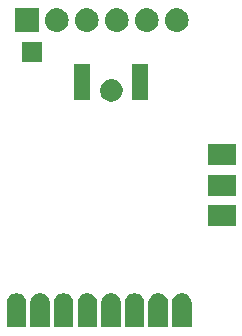
<source format=gts>
G04 #@! TF.GenerationSoftware,KiCad,Pcbnew,(5.1.4)-1*
G04 #@! TF.CreationDate,2020-01-26T17:58:18+01:00*
G04 #@! TF.ProjectId,HM-LC-Sw1-Pl-DN-R1_S26,484d2d4c-432d-4537-9731-2d506c2d444e,rev?*
G04 #@! TF.SameCoordinates,Original*
G04 #@! TF.FileFunction,Soldermask,Top*
G04 #@! TF.FilePolarity,Negative*
%FSLAX46Y46*%
G04 Gerber Fmt 4.6, Leading zero omitted, Abs format (unit mm)*
G04 Created by KiCad (PCBNEW (5.1.4)-1) date 2020-01-26 17:58:18*
%MOMM*%
%LPD*%
G04 APERTURE LIST*
%ADD10C,0.150000*%
G04 APERTURE END LIST*
D10*
G36*
X160205684Y-118850224D02*
G01*
X160355823Y-118912413D01*
X160490946Y-119002700D01*
X160605860Y-119117614D01*
X160696147Y-119252737D01*
X160758336Y-119402876D01*
X160776244Y-119492907D01*
X160783357Y-119516356D01*
X160790040Y-119528859D01*
X160790040Y-121693520D01*
X159140040Y-121693520D01*
X159140040Y-119528859D01*
X159146723Y-119516356D01*
X159153836Y-119492907D01*
X159171744Y-119402876D01*
X159233933Y-119252737D01*
X159324220Y-119117614D01*
X159439134Y-119002700D01*
X159574257Y-118912413D01*
X159724396Y-118850224D01*
X159883783Y-118818520D01*
X160046297Y-118818520D01*
X160205684Y-118850224D01*
X160205684Y-118850224D01*
G37*
G36*
X146205684Y-118850224D02*
G01*
X146355823Y-118912413D01*
X146490946Y-119002700D01*
X146605860Y-119117614D01*
X146696147Y-119252737D01*
X146758336Y-119402876D01*
X146776244Y-119492907D01*
X146783357Y-119516356D01*
X146790040Y-119528859D01*
X146790040Y-121693520D01*
X145140040Y-121693520D01*
X145140040Y-119528859D01*
X145146723Y-119516356D01*
X145153836Y-119492907D01*
X145171744Y-119402876D01*
X145233933Y-119252737D01*
X145324220Y-119117614D01*
X145439134Y-119002700D01*
X145574257Y-118912413D01*
X145724396Y-118850224D01*
X145883783Y-118818520D01*
X146046297Y-118818520D01*
X146205684Y-118850224D01*
X146205684Y-118850224D01*
G37*
G36*
X148205684Y-118850224D02*
G01*
X148355823Y-118912413D01*
X148490946Y-119002700D01*
X148605860Y-119117614D01*
X148696147Y-119252737D01*
X148758336Y-119402876D01*
X148776244Y-119492907D01*
X148783357Y-119516356D01*
X148790040Y-119528859D01*
X148790040Y-121693520D01*
X147140040Y-121693520D01*
X147140040Y-119528859D01*
X147146723Y-119516356D01*
X147153836Y-119492907D01*
X147171744Y-119402876D01*
X147233933Y-119252737D01*
X147324220Y-119117614D01*
X147439134Y-119002700D01*
X147574257Y-118912413D01*
X147724396Y-118850224D01*
X147883783Y-118818520D01*
X148046297Y-118818520D01*
X148205684Y-118850224D01*
X148205684Y-118850224D01*
G37*
G36*
X150205684Y-118850224D02*
G01*
X150355823Y-118912413D01*
X150490946Y-119002700D01*
X150605860Y-119117614D01*
X150696147Y-119252737D01*
X150758336Y-119402876D01*
X150776244Y-119492907D01*
X150783357Y-119516356D01*
X150790040Y-119528859D01*
X150790040Y-121693520D01*
X149140040Y-121693520D01*
X149140040Y-119528859D01*
X149146723Y-119516356D01*
X149153836Y-119492907D01*
X149171744Y-119402876D01*
X149233933Y-119252737D01*
X149324220Y-119117614D01*
X149439134Y-119002700D01*
X149574257Y-118912413D01*
X149724396Y-118850224D01*
X149883783Y-118818520D01*
X150046297Y-118818520D01*
X150205684Y-118850224D01*
X150205684Y-118850224D01*
G37*
G36*
X152205684Y-118850224D02*
G01*
X152355823Y-118912413D01*
X152490946Y-119002700D01*
X152605860Y-119117614D01*
X152696147Y-119252737D01*
X152758336Y-119402876D01*
X152776244Y-119492907D01*
X152783357Y-119516356D01*
X152790040Y-119528859D01*
X152790040Y-121693520D01*
X151140040Y-121693520D01*
X151140040Y-119528859D01*
X151146723Y-119516356D01*
X151153836Y-119492907D01*
X151171744Y-119402876D01*
X151233933Y-119252737D01*
X151324220Y-119117614D01*
X151439134Y-119002700D01*
X151574257Y-118912413D01*
X151724396Y-118850224D01*
X151883783Y-118818520D01*
X152046297Y-118818520D01*
X152205684Y-118850224D01*
X152205684Y-118850224D01*
G37*
G36*
X154205684Y-118850224D02*
G01*
X154355823Y-118912413D01*
X154490946Y-119002700D01*
X154605860Y-119117614D01*
X154696147Y-119252737D01*
X154758336Y-119402876D01*
X154776244Y-119492907D01*
X154783357Y-119516356D01*
X154790040Y-119528859D01*
X154790040Y-121693520D01*
X153140040Y-121693520D01*
X153140040Y-119528859D01*
X153146723Y-119516356D01*
X153153836Y-119492907D01*
X153171744Y-119402876D01*
X153233933Y-119252737D01*
X153324220Y-119117614D01*
X153439134Y-119002700D01*
X153574257Y-118912413D01*
X153724396Y-118850224D01*
X153883783Y-118818520D01*
X154046297Y-118818520D01*
X154205684Y-118850224D01*
X154205684Y-118850224D01*
G37*
G36*
X156205684Y-118850224D02*
G01*
X156355823Y-118912413D01*
X156490946Y-119002700D01*
X156605860Y-119117614D01*
X156696147Y-119252737D01*
X156758336Y-119402876D01*
X156776244Y-119492907D01*
X156783357Y-119516356D01*
X156790040Y-119528859D01*
X156790040Y-121693520D01*
X155140040Y-121693520D01*
X155140040Y-119528859D01*
X155146723Y-119516356D01*
X155153836Y-119492907D01*
X155171744Y-119402876D01*
X155233933Y-119252737D01*
X155324220Y-119117614D01*
X155439134Y-119002700D01*
X155574257Y-118912413D01*
X155724396Y-118850224D01*
X155883783Y-118818520D01*
X156046297Y-118818520D01*
X156205684Y-118850224D01*
X156205684Y-118850224D01*
G37*
G36*
X158205684Y-118850224D02*
G01*
X158355823Y-118912413D01*
X158490946Y-119002700D01*
X158605860Y-119117614D01*
X158696147Y-119252737D01*
X158758336Y-119402876D01*
X158776244Y-119492907D01*
X158783357Y-119516356D01*
X158790040Y-119528859D01*
X158790040Y-121693520D01*
X157140040Y-121693520D01*
X157140040Y-119528859D01*
X157146723Y-119516356D01*
X157153836Y-119492907D01*
X157171744Y-119402876D01*
X157233933Y-119252737D01*
X157324220Y-119117614D01*
X157439134Y-119002700D01*
X157574257Y-118912413D01*
X157724396Y-118850224D01*
X157883783Y-118818520D01*
X158046297Y-118818520D01*
X158205684Y-118850224D01*
X158205684Y-118850224D01*
G37*
G36*
X164522800Y-113168000D02*
G01*
X162222800Y-113168000D01*
X162222800Y-111368000D01*
X164522800Y-111368000D01*
X164522800Y-113168000D01*
X164522800Y-113168000D01*
G37*
G36*
X164522800Y-110602600D02*
G01*
X162222800Y-110602600D01*
X162222800Y-108802600D01*
X164522800Y-108802600D01*
X164522800Y-110602600D01*
X164522800Y-110602600D01*
G37*
G36*
X164522800Y-108011800D02*
G01*
X162222800Y-108011800D01*
X162222800Y-106211800D01*
X164522800Y-106211800D01*
X164522800Y-108011800D01*
X164522800Y-108011800D01*
G37*
G36*
X154185536Y-100719054D02*
G01*
X154277305Y-100737308D01*
X154450194Y-100808921D01*
X154605790Y-100912887D01*
X154738113Y-101045210D01*
X154842079Y-101200806D01*
X154913692Y-101373695D01*
X154950200Y-101557233D01*
X154950200Y-101744367D01*
X154913692Y-101927905D01*
X154842079Y-102100794D01*
X154738113Y-102256390D01*
X154605790Y-102388713D01*
X154450194Y-102492679D01*
X154277305Y-102564292D01*
X154185536Y-102582546D01*
X154093768Y-102600800D01*
X153906632Y-102600800D01*
X153814864Y-102582546D01*
X153723095Y-102564292D01*
X153550206Y-102492679D01*
X153394610Y-102388713D01*
X153262287Y-102256390D01*
X153158321Y-102100794D01*
X153086708Y-101927905D01*
X153050200Y-101744367D01*
X153050200Y-101557233D01*
X153086708Y-101373695D01*
X153158321Y-101200806D01*
X153262287Y-101045210D01*
X153394610Y-100912887D01*
X153550206Y-100808921D01*
X153723095Y-100737308D01*
X153814864Y-100719054D01*
X153906632Y-100700800D01*
X154093768Y-100700800D01*
X154185536Y-100719054D01*
X154185536Y-100719054D01*
G37*
G36*
X157068280Y-102464600D02*
G01*
X155768280Y-102464600D01*
X155768280Y-99414600D01*
X157068280Y-99414600D01*
X157068280Y-102464600D01*
X157068280Y-102464600D01*
G37*
G36*
X152168280Y-102464600D02*
G01*
X150868280Y-102464600D01*
X150868280Y-99414600D01*
X152168280Y-99414600D01*
X152168280Y-102464600D01*
X152168280Y-102464600D01*
G37*
G36*
X148125000Y-99225000D02*
G01*
X146475000Y-99225000D01*
X146475000Y-97575000D01*
X148125000Y-97575000D01*
X148125000Y-99225000D01*
X148125000Y-99225000D01*
G37*
G36*
X152126032Y-94714469D02*
G01*
X152220285Y-94743061D01*
X152314535Y-94771651D01*
X152314537Y-94771652D01*
X152488258Y-94864507D01*
X152640528Y-94989472D01*
X152765493Y-95141742D01*
X152858348Y-95315463D01*
X152915531Y-95503968D01*
X152934838Y-95700000D01*
X152915531Y-95896032D01*
X152858348Y-96084537D01*
X152765493Y-96258258D01*
X152640528Y-96410528D01*
X152488258Y-96535493D01*
X152314537Y-96628348D01*
X152314535Y-96628349D01*
X152220284Y-96656940D01*
X152126032Y-96685531D01*
X151979124Y-96700000D01*
X151880876Y-96700000D01*
X151733968Y-96685531D01*
X151639716Y-96656940D01*
X151545465Y-96628349D01*
X151545463Y-96628348D01*
X151371742Y-96535493D01*
X151219472Y-96410528D01*
X151094507Y-96258258D01*
X151001652Y-96084537D01*
X150944469Y-95896032D01*
X150925162Y-95700000D01*
X150944469Y-95503968D01*
X151001652Y-95315463D01*
X151094507Y-95141742D01*
X151219472Y-94989472D01*
X151371742Y-94864507D01*
X151545463Y-94771652D01*
X151545465Y-94771651D01*
X151639715Y-94743061D01*
X151733968Y-94714469D01*
X151880876Y-94700000D01*
X151979124Y-94700000D01*
X152126032Y-94714469D01*
X152126032Y-94714469D01*
G37*
G36*
X159746032Y-94714469D02*
G01*
X159840285Y-94743061D01*
X159934535Y-94771651D01*
X159934537Y-94771652D01*
X160108258Y-94864507D01*
X160260528Y-94989472D01*
X160385493Y-95141742D01*
X160478348Y-95315463D01*
X160535531Y-95503968D01*
X160554838Y-95700000D01*
X160535531Y-95896032D01*
X160478348Y-96084537D01*
X160385493Y-96258258D01*
X160260528Y-96410528D01*
X160108258Y-96535493D01*
X159934537Y-96628348D01*
X159934535Y-96628349D01*
X159840284Y-96656940D01*
X159746032Y-96685531D01*
X159599124Y-96700000D01*
X159500876Y-96700000D01*
X159353968Y-96685531D01*
X159259716Y-96656940D01*
X159165465Y-96628349D01*
X159165463Y-96628348D01*
X158991742Y-96535493D01*
X158839472Y-96410528D01*
X158714507Y-96258258D01*
X158621652Y-96084537D01*
X158564469Y-95896032D01*
X158545162Y-95700000D01*
X158564469Y-95503968D01*
X158621652Y-95315463D01*
X158714507Y-95141742D01*
X158839472Y-94989472D01*
X158991742Y-94864507D01*
X159165463Y-94771652D01*
X159165465Y-94771651D01*
X159259715Y-94743061D01*
X159353968Y-94714469D01*
X159500876Y-94700000D01*
X159599124Y-94700000D01*
X159746032Y-94714469D01*
X159746032Y-94714469D01*
G37*
G36*
X157206032Y-94714469D02*
G01*
X157300285Y-94743061D01*
X157394535Y-94771651D01*
X157394537Y-94771652D01*
X157568258Y-94864507D01*
X157720528Y-94989472D01*
X157845493Y-95141742D01*
X157938348Y-95315463D01*
X157995531Y-95503968D01*
X158014838Y-95700000D01*
X157995531Y-95896032D01*
X157938348Y-96084537D01*
X157845493Y-96258258D01*
X157720528Y-96410528D01*
X157568258Y-96535493D01*
X157394537Y-96628348D01*
X157394535Y-96628349D01*
X157300284Y-96656940D01*
X157206032Y-96685531D01*
X157059124Y-96700000D01*
X156960876Y-96700000D01*
X156813968Y-96685531D01*
X156719716Y-96656940D01*
X156625465Y-96628349D01*
X156625463Y-96628348D01*
X156451742Y-96535493D01*
X156299472Y-96410528D01*
X156174507Y-96258258D01*
X156081652Y-96084537D01*
X156024469Y-95896032D01*
X156005162Y-95700000D01*
X156024469Y-95503968D01*
X156081652Y-95315463D01*
X156174507Y-95141742D01*
X156299472Y-94989472D01*
X156451742Y-94864507D01*
X156625463Y-94771652D01*
X156625465Y-94771651D01*
X156719715Y-94743061D01*
X156813968Y-94714469D01*
X156960876Y-94700000D01*
X157059124Y-94700000D01*
X157206032Y-94714469D01*
X157206032Y-94714469D01*
G37*
G36*
X154666032Y-94714469D02*
G01*
X154760285Y-94743061D01*
X154854535Y-94771651D01*
X154854537Y-94771652D01*
X155028258Y-94864507D01*
X155180528Y-94989472D01*
X155305493Y-95141742D01*
X155398348Y-95315463D01*
X155455531Y-95503968D01*
X155474838Y-95700000D01*
X155455531Y-95896032D01*
X155398348Y-96084537D01*
X155305493Y-96258258D01*
X155180528Y-96410528D01*
X155028258Y-96535493D01*
X154854537Y-96628348D01*
X154854535Y-96628349D01*
X154760284Y-96656940D01*
X154666032Y-96685531D01*
X154519124Y-96700000D01*
X154420876Y-96700000D01*
X154273968Y-96685531D01*
X154179716Y-96656940D01*
X154085465Y-96628349D01*
X154085463Y-96628348D01*
X153911742Y-96535493D01*
X153759472Y-96410528D01*
X153634507Y-96258258D01*
X153541652Y-96084537D01*
X153484469Y-95896032D01*
X153465162Y-95700000D01*
X153484469Y-95503968D01*
X153541652Y-95315463D01*
X153634507Y-95141742D01*
X153759472Y-94989472D01*
X153911742Y-94864507D01*
X154085463Y-94771652D01*
X154085465Y-94771651D01*
X154179715Y-94743061D01*
X154273968Y-94714469D01*
X154420876Y-94700000D01*
X154519124Y-94700000D01*
X154666032Y-94714469D01*
X154666032Y-94714469D01*
G37*
G36*
X147850000Y-96700000D02*
G01*
X145850000Y-96700000D01*
X145850000Y-94700000D01*
X147850000Y-94700000D01*
X147850000Y-96700000D01*
X147850000Y-96700000D01*
G37*
G36*
X149586032Y-94714469D02*
G01*
X149680285Y-94743061D01*
X149774535Y-94771651D01*
X149774537Y-94771652D01*
X149948258Y-94864507D01*
X150100528Y-94989472D01*
X150225493Y-95141742D01*
X150318348Y-95315463D01*
X150375531Y-95503968D01*
X150394838Y-95700000D01*
X150375531Y-95896032D01*
X150318348Y-96084537D01*
X150225493Y-96258258D01*
X150100528Y-96410528D01*
X149948258Y-96535493D01*
X149774537Y-96628348D01*
X149774535Y-96628349D01*
X149680284Y-96656940D01*
X149586032Y-96685531D01*
X149439124Y-96700000D01*
X149340876Y-96700000D01*
X149193968Y-96685531D01*
X149099716Y-96656940D01*
X149005465Y-96628349D01*
X149005463Y-96628348D01*
X148831742Y-96535493D01*
X148679472Y-96410528D01*
X148554507Y-96258258D01*
X148461652Y-96084537D01*
X148404469Y-95896032D01*
X148385162Y-95700000D01*
X148404469Y-95503968D01*
X148461652Y-95315463D01*
X148554507Y-95141742D01*
X148679472Y-94989472D01*
X148831742Y-94864507D01*
X149005463Y-94771652D01*
X149005465Y-94771651D01*
X149099715Y-94743061D01*
X149193968Y-94714469D01*
X149340876Y-94700000D01*
X149439124Y-94700000D01*
X149586032Y-94714469D01*
X149586032Y-94714469D01*
G37*
M02*

</source>
